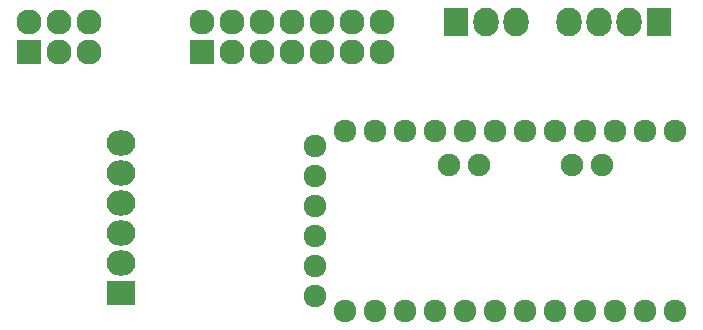
<source format=gbs>
G04 #@! TF.FileFunction,Soldermask,Bot*
%FSLAX46Y46*%
G04 Gerber Fmt 4.6, Leading zero omitted, Abs format (unit mm)*
G04 Created by KiCad (PCBNEW 4.0.0-stable) date Wednesday, February 03, 2016 'PMt' 01:26:16 PM*
%MOMM*%
G01*
G04 APERTURE LIST*
%ADD10C,0.100000*%
%ADD11R,2.432000X2.127200*%
%ADD12O,2.432000X2.127200*%
%ADD13C,1.924000*%
%ADD14C,1.900000*%
%ADD15R,2.127200X2.127200*%
%ADD16O,2.127200X2.127200*%
%ADD17R,2.127200X2.432000*%
%ADD18O,2.127200X2.432000*%
G04 APERTURE END LIST*
D10*
D11*
X104250000Y-128650000D03*
D12*
X104250000Y-126110000D03*
X104250000Y-123570000D03*
X104250000Y-121030000D03*
X104250000Y-118490000D03*
X104250000Y-115950000D03*
D13*
X120689000Y-128864000D03*
X120689000Y-126324000D03*
X120689000Y-123784000D03*
X120689000Y-121244000D03*
X120689000Y-118704000D03*
X120689000Y-116164000D03*
X123229000Y-130134000D03*
X125769000Y-130134000D03*
X128309000Y-130134000D03*
X130849000Y-130134000D03*
X133389000Y-130134000D03*
X135929000Y-130134000D03*
X138469000Y-130134000D03*
X141009000Y-130134000D03*
X143549000Y-130134000D03*
X146089000Y-130134000D03*
X148629000Y-130134000D03*
X151169000Y-130134000D03*
X123229000Y-114894000D03*
X125769000Y-114894000D03*
X128309000Y-114894000D03*
X130849000Y-114894000D03*
X133389000Y-114894000D03*
X135929000Y-114894000D03*
X138469000Y-114894000D03*
X141009000Y-114894000D03*
X143549000Y-114894000D03*
X146089000Y-114894000D03*
X148629000Y-114894000D03*
X151169000Y-114894000D03*
D14*
X131992000Y-117815000D03*
X134532000Y-117815000D03*
X142406000Y-117815000D03*
X144946000Y-117815000D03*
D15*
X96500000Y-108200000D03*
D16*
X96500000Y-105660000D03*
X99040000Y-108200000D03*
X99040000Y-105660000D03*
X101580000Y-108200000D03*
X101580000Y-105660000D03*
D17*
X132650000Y-105650000D03*
D18*
X135190000Y-105650000D03*
X137730000Y-105650000D03*
D15*
X111150000Y-108200000D03*
D16*
X111150000Y-105660000D03*
X113690000Y-108200000D03*
X113690000Y-105660000D03*
X116230000Y-108200000D03*
X116230000Y-105660000D03*
X118770000Y-108200000D03*
X118770000Y-105660000D03*
X121310000Y-108200000D03*
X121310000Y-105660000D03*
X123850000Y-108200000D03*
X123850000Y-105660000D03*
X126390000Y-108200000D03*
X126390000Y-105660000D03*
D17*
X149850000Y-105650000D03*
D18*
X147310000Y-105650000D03*
X144770000Y-105650000D03*
X142230000Y-105650000D03*
M02*

</source>
